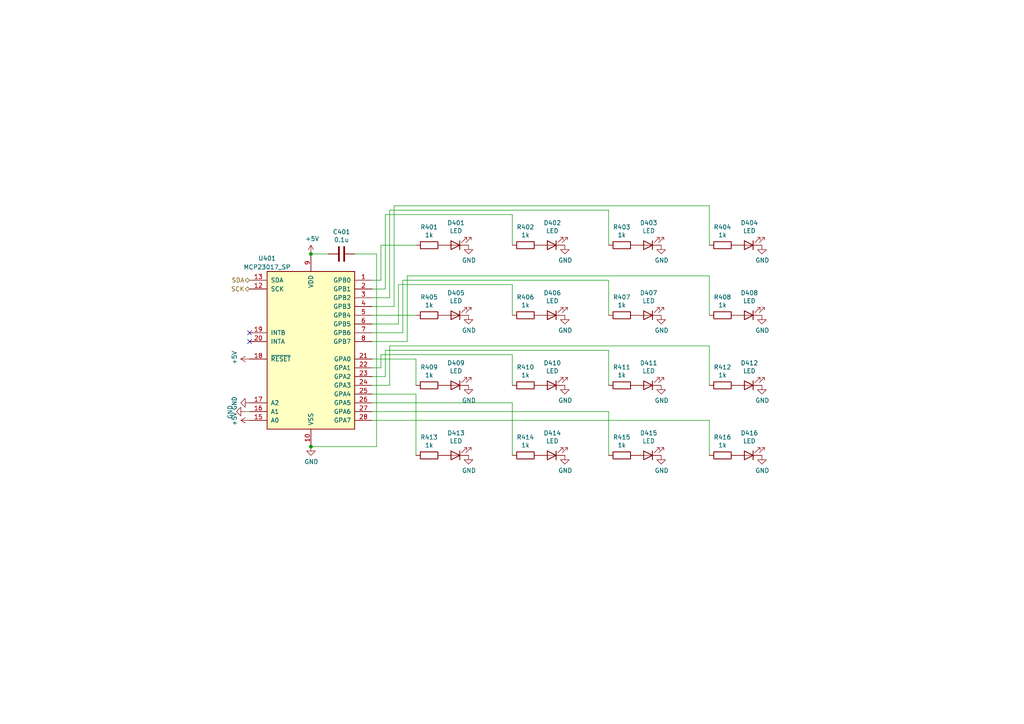
<source format=kicad_sch>
(kicad_sch (version 20211123) (generator eeschema)
  (paper "A4")
  (lib_symbols
    (symbol "Device:C" (pin_numbers hide) (pin_names (offset 0.254))
      (property "Reference" "C" (at 0.635 2.54 0))
      (property "Value" "C" (at 0.635 -2.54 0))
      (symbol "C_0_1"
        (polyline (pts (xy -2.032 -0.762) (xy 2.032 -0.762)) (stroke (width 0.508)))
        (polyline (pts (xy -2.032 0.762) (xy 2.032 0.762)) (stroke (width 0.508)))
      )
      (symbol "C_1_1"
        (pin passive line (at 0 3.81 270) (length 2.794) (name "~") (number "1"))
        (pin passive line (at 0 -3.81 90) (length 2.794) (name "~") (number "2"))
      )
    )
    (symbol "Device:LED" (pin_numbers hide) (pin_names (offset 1.016) hide)
      (property "Reference" "D" (at 0 2.54 0))
      (property "Value" "LED" (at 0 -2.54 0))
      (symbol "LED_0_1"
        (polyline (pts (xy -1.27 -1.27) (xy -1.27 1.27)) (stroke (width 0.254)))
        (polyline (pts (xy -1.27 0) (xy 1.27 0)))
        (polyline (pts (xy 1.27 -1.27) (xy 1.27 1.27) (xy -1.27 0) (xy 1.27 -1.27)) (stroke (width 0.254)))
        (polyline (pts (xy -3.048 -0.762) (xy -4.572 -2.286) (xy -3.81 -2.286) (xy -4.572 -2.286) (xy -4.572 -1.524)))
        (polyline (pts (xy -1.778 -0.762) (xy -3.302 -2.286) (xy -2.54 -2.286) (xy -3.302 -2.286) (xy -3.302 -1.524)))
      )
      (symbol "LED_1_1"
        (pin passive line (at -3.81 0 0) (length 2.54) (name "K") (number "1"))
        (pin passive line (at 3.81 0 180) (length 2.54) (name "A") (number "2"))
      )
    )
    (symbol "Device:R" (pin_numbers hide) (pin_names (offset 0))
      (property "Reference" "R" (at 2.032 0 90))
      (property "Value" "R" (at 0 0 90))
      (symbol "R_0_1"
        (rectangle (start -1.016 -2.54) (end 1.016 2.54) (stroke (width 0.254)))
      )
      (symbol "R_1_1"
        (pin passive line (at 0 3.81 270) (length 1.27) (name "~") (number "1"))
        (pin passive line (at 0 -3.81 90) (length 1.27) (name "~") (number "2"))
      )
    )
    (symbol "Interface_Expansion:MCP23017_SP" (pin_names (offset 1.016))
      (property "Reference" "U" (at -11.43 24.13 0))
      (property "Value" "MCP23017_SP" (at 0 0 0))
      (symbol "MCP23017_SP_0_1"
        (rectangle (start -12.7 22.86) (end 12.7 -22.86) (stroke (width 0.254)) (fill (type background)))
      )
      (symbol "MCP23017_SP_1_1"
        (pin bidirectional line (at 17.78 20.32 180) (length 5.08) (name "GPB0") (number "1"))
        (pin power_in line (at 0 -27.94 90) (length 5.08) (name "VSS") (number "10"))
        (pin no_connect line (at -12.7 15.24 0) (length 5.08) hide (name "NC") (number "11"))
        (pin input line (at -17.78 17.78 0) (length 5.08) (name "SCK") (number "12"))
        (pin bidirectional line (at -17.78 20.32 0) (length 5.08) (name "SDA") (number "13"))
        (pin no_connect line (at -12.7 12.7 0) (length 5.08) hide (name "NC") (number "14"))
        (pin input line (at -17.78 -20.32 0) (length 5.08) (name "A0") (number "15"))
        (pin input line (at -17.78 -17.78 0) (length 5.08) (name "A1") (number "16"))
        (pin input line (at -17.78 -15.24 0) (length 5.08) (name "A2") (number "17"))
        (pin input line (at -17.78 -2.54 0) (length 5.08) (name "~{RESET}") (number "18"))
        (pin tri_state line (at -17.78 5.08 0) (length 5.08) (name "INTB") (number "19"))
        (pin bidirectional line (at 17.78 17.78 180) (length 5.08) (name "GPB1") (number "2"))
        (pin tri_state line (at -17.78 2.54 0) (length 5.08) (name "INTA") (number "20"))
        (pin bidirectional line (at 17.78 -2.54 180) (length 5.08) (name "GPA0") (number "21"))
        (pin bidirectional line (at 17.78 -5.08 180) (length 5.08) (name "GPA1") (number "22"))
        (pin bidirectional line (at 17.78 -7.62 180) (length 5.08) (name "GPA2") (number "23"))
        (pin bidirectional line (at 17.78 -10.16 180) (length 5.08) (name "GPA3") (number "24"))
        (pin bidirectional line (at 17.78 -12.7 180) (length 5.08) (name "GPA4") (number "25"))
        (pin bidirectional line (at 17.78 -15.24 180) (length 5.08) (name "GPA5") (number "26"))
        (pin bidirectional line (at 17.78 -17.78 180) (length 5.08) (name "GPA6") (number "27"))
        (pin bidirectional line (at 17.78 -20.32 180) (length 5.08) (name "GPA7") (number "28"))
        (pin bidirectional line (at 17.78 15.24 180) (length 5.08) (name "GPB2") (number "3"))
        (pin bidirectional line (at 17.78 12.7 180) (length 5.08) (name "GPB3") (number "4"))
        (pin bidirectional line (at 17.78 10.16 180) (length 5.08) (name "GPB4") (number "5"))
        (pin bidirectional line (at 17.78 7.62 180) (length 5.08) (name "GPB5") (number "6"))
        (pin bidirectional line (at 17.78 5.08 180) (length 5.08) (name "GPB6") (number "7"))
        (pin bidirectional line (at 17.78 2.54 180) (length 5.08) (name "GPB7") (number "8"))
        (pin power_in line (at 0 27.94 270) (length 5.08) (name "VDD") (number "9"))
      )
    )
    (symbol "power:+5V" (power) (pin_names (offset 0))
      (property "Value" "+5V" (at 0 3.556 0))
      (symbol "+5V_0_1"
        (polyline (pts (xy -0.762 1.27) (xy 0 2.54)))
        (polyline (pts (xy 0 0) (xy 0 2.54)))
        (polyline (pts (xy 0 2.54) (xy 0.762 1.27)))
      )
      (symbol "+5V_1_1"
        (pin power_in line (at 0 0 90) (length 0) hide (name "+5V") (number "1"))
      )
    )
    (symbol "power:GND" (power) (pin_names (offset 0))
      (property "Value" "GND" (at 0 -3.81 0))
      (symbol "GND_0_1"
        (polyline (pts (xy 0 0) (xy 0 -1.27) (xy 1.27 -1.27) (xy 0 -2.54) (xy -1.27 -1.27) (xy 0 -1.27)))
      )
      (symbol "GND_1_1"
        (pin power_in line (at 0 0 270) (length 0) hide (name "GND") (number "1"))
      )
    )
  )
  (junction (at 90.17 129.54))
  (junction (at 90.17 73.66))
  (no_connect (at 72.39 99.06))
  (no_connect (at 72.39 96.52))
  (wire (pts (xy 116.84 81.28) (xy 176.53 81.28)))
  (wire (pts (xy 107.95 91.44) (xy 120.65 91.44)))
  (wire (pts (xy 113.03 111.76) (xy 113.03 100.33)))
  (wire (pts (xy 120.65 114.3) (xy 120.65 132.08)))
  (wire (pts (xy 107.95 119.38) (xy 176.53 119.38)))
  (wire (pts (xy 148.59 62.23) (xy 148.59 71.12)))
  (wire (pts (xy 107.95 96.52) (xy 116.84 96.52)))
  (wire (pts (xy 205.74 80.01) (xy 205.74 91.44)))
  (wire (pts (xy 176.53 60.96) (xy 176.53 71.12)))
  (wire (pts (xy 107.95 121.92) (xy 205.74 121.92)))
  (wire (pts (xy 107.95 104.14) (xy 120.65 104.14)))
  (wire (pts (xy 110.49 71.12) (xy 120.65 71.12)))
  (wire (pts (xy 109.22 129.54) (xy 109.22 73.66)))
  (wire (pts (xy 148.59 116.84) (xy 148.59 132.08)))
  (wire (pts (xy 109.22 73.66) (xy 102.87 73.66)))
  (wire (pts (xy 176.53 81.28) (xy 176.53 91.44)))
  (wire (pts (xy 113.03 86.36) (xy 113.03 60.96)))
  (wire (pts (xy 107.95 83.82) (xy 111.76 83.82)))
  (wire (pts (xy 115.57 93.98) (xy 115.57 82.55)))
  (wire (pts (xy 107.95 116.84) (xy 148.59 116.84)))
  (wire (pts (xy 110.49 81.28) (xy 110.49 71.12)))
  (wire (pts (xy 111.76 62.23) (xy 148.59 62.23)))
  (wire (pts (xy 148.59 102.87) (xy 148.59 111.76)))
  (wire (pts (xy 176.53 119.38) (xy 176.53 132.08)))
  (wire (pts (xy 107.95 99.06) (xy 118.11 99.06)))
  (wire (pts (xy 113.03 100.33) (xy 205.74 100.33)))
  (wire (pts (xy 107.95 88.9) (xy 114.3 88.9)))
  (wire (pts (xy 113.03 60.96) (xy 176.53 60.96)))
  (wire (pts (xy 107.95 109.22) (xy 111.76 109.22)))
  (wire (pts (xy 116.84 96.52) (xy 116.84 81.28)))
  (wire (pts (xy 114.3 88.9) (xy 114.3 59.69)))
  (wire (pts (xy 111.76 109.22) (xy 111.76 101.6)))
  (wire (pts (xy 107.95 86.36) (xy 113.03 86.36)))
  (wire (pts (xy 71.12 119.38) (xy 72.39 119.38)))
  (wire (pts (xy 107.95 81.28) (xy 110.49 81.28)))
  (wire (pts (xy 118.11 99.06) (xy 118.11 80.01)))
  (wire (pts (xy 111.76 101.6) (xy 176.53 101.6)))
  (wire (pts (xy 107.95 111.76) (xy 113.03 111.76)))
  (wire (pts (xy 148.59 82.55) (xy 148.59 91.44)))
  (wire (pts (xy 107.95 93.98) (xy 115.57 93.98)))
  (wire (pts (xy 90.17 129.54) (xy 109.22 129.54)))
  (wire (pts (xy 95.25 73.66) (xy 90.17 73.66)))
  (wire (pts (xy 205.74 121.92) (xy 205.74 132.08)))
  (wire (pts (xy 115.57 82.55) (xy 148.59 82.55)))
  (wire (pts (xy 111.76 83.82) (xy 111.76 62.23)))
  (wire (pts (xy 205.74 100.33) (xy 205.74 111.76)))
  (wire (pts (xy 107.95 106.68) (xy 110.49 106.68)))
  (wire (pts (xy 110.49 106.68) (xy 110.49 102.87)))
  (wire (pts (xy 114.3 59.69) (xy 205.74 59.69)))
  (wire (pts (xy 120.65 104.14) (xy 120.65 111.76)))
  (wire (pts (xy 118.11 80.01) (xy 205.74 80.01)))
  (wire (pts (xy 110.49 102.87) (xy 148.59 102.87)))
  (wire (pts (xy 205.74 59.69) (xy 205.74 71.12)))
  (wire (pts (xy 107.95 114.3) (xy 120.65 114.3)))
  (wire (pts (xy 176.53 101.6) (xy 176.53 111.76)))
  (hierarchical_label "SCK" (shape bidirectional) (at 72.39 83.82 180))
  (hierarchical_label "SDA" (shape bidirectional) (at 72.39 81.28 180))
  (symbol (lib_id "Device:LED") (at 132.08 71.12 180) (unit 1)
    (property "Reference" "D401" (at 132.2578 64.643 0))
    (property "Value" "LED" (at 132.2578 66.9544 0))
    (property "Footprint" "LED_THT:LED_D5.0mm" (effects hide))
  )
  (symbol (lib_id "Device:R") (at 124.46 71.12 270) (unit 1)
    (property "Reference" "R401" (at 124.46 65.8622 90))
    (property "Value" "1k" (at 124.46 68.1736 90))
    (property "Footprint" "Resistor_THT:R_Axial_DIN0207_L6.3mm_D2.5mm_P7.62mm_Horizontal" (effects hide))
  )
  (symbol (lib_id "power:GND") (at 135.89 71.12 0) (unit 1)
    (property "Reference" "#PWR0407" (effects hide))
    (property "Value" "GND" (at 136.017 75.5142 0))
  )
  (symbol (lib_id "Device:LED") (at 132.08 91.44 180) (unit 1)
    (property "Reference" "D405" (at 132.2578 84.963 0))
    (property "Value" "LED" (at 132.2578 87.2744 0))
    (property "Footprint" "LED_THT:LED_D5.0mm" (effects hide))
  )
  (symbol (lib_id "Device:R") (at 124.46 91.44 270) (unit 1)
    (property "Reference" "R405" (at 124.46 86.1822 90))
    (property "Value" "1k" (at 124.46 88.4936 90))
    (property "Footprint" "Resistor_THT:R_Axial_DIN0207_L6.3mm_D2.5mm_P7.62mm_Horizontal" (effects hide))
  )
  (symbol (lib_id "power:GND") (at 135.89 91.44 0) (unit 1)
    (property "Reference" "#PWR0408" (effects hide))
    (property "Value" "GND" (at 136.017 95.8342 0))
  )
  (symbol (lib_id "Device:LED") (at 132.08 111.76 180) (unit 1)
    (property "Reference" "D409" (at 132.2578 105.283 0))
    (property "Value" "LED" (at 132.2578 107.5944 0))
    (property "Footprint" "LED_THT:LED_D5.0mm" (effects hide))
  )
  (symbol (lib_id "Device:R") (at 124.46 111.76 270) (unit 1)
    (property "Reference" "R409" (at 124.46 106.5022 90))
    (property "Value" "1k" (at 124.46 108.8136 90))
    (property "Footprint" "Resistor_THT:R_Axial_DIN0207_L6.3mm_D2.5mm_P7.62mm_Horizontal" (effects hide))
  )
  (symbol (lib_id "power:GND") (at 135.89 111.76 0) (unit 1)
    (property "Reference" "#PWR0409" (effects hide))
    (property "Value" "GND" (at 136.017 116.1542 0))
  )
  (symbol (lib_id "Device:LED") (at 132.08 132.08 180) (unit 1)
    (property "Reference" "D413" (at 132.2578 125.603 0))
    (property "Value" "LED" (at 132.2578 127.9144 0))
    (property "Footprint" "LED_THT:LED_D5.0mm" (effects hide))
  )
  (symbol (lib_id "Device:R") (at 124.46 132.08 270) (unit 1)
    (property "Reference" "R413" (at 124.46 126.8222 90))
    (property "Value" "1k" (at 124.46 129.1336 90))
    (property "Footprint" "Resistor_THT:R_Axial_DIN0207_L6.3mm_D2.5mm_P7.62mm_Horizontal" (effects hide))
  )
  (symbol (lib_id "power:GND") (at 135.89 132.08 0) (unit 1)
    (property "Reference" "#PWR0410" (effects hide))
    (property "Value" "GND" (at 136.017 136.4742 0))
  )
  (symbol (lib_id "Device:LED") (at 160.02 71.12 180) (unit 1)
    (property "Reference" "D402" (at 160.1978 64.643 0))
    (property "Value" "LED" (at 160.1978 66.9544 0))
    (property "Footprint" "LED_THT:LED_D5.0mm" (effects hide))
  )
  (symbol (lib_id "Device:R") (at 152.4 71.12 270) (unit 1)
    (property "Reference" "R402" (at 152.4 65.8622 90))
    (property "Value" "1k" (at 152.4 68.1736 90))
    (property "Footprint" "Resistor_THT:R_Axial_DIN0207_L6.3mm_D2.5mm_P7.62mm_Horizontal" (effects hide))
  )
  (symbol (lib_id "power:GND") (at 163.83 71.12 0) (unit 1)
    (property "Reference" "#PWR0411" (effects hide))
    (property "Value" "GND" (at 163.957 75.5142 0))
  )
  (symbol (lib_id "Device:LED") (at 160.02 91.44 180) (unit 1)
    (property "Reference" "D406" (at 160.1978 84.963 0))
    (property "Value" "LED" (at 160.1978 87.2744 0))
    (property "Footprint" "LED_THT:LED_D5.0mm" (effects hide))
  )
  (symbol (lib_id "Device:R") (at 152.4 91.44 270) (unit 1)
    (property "Reference" "R406" (at 152.4 86.1822 90))
    (property "Value" "1k" (at 152.4 88.4936 90))
    (property "Footprint" "Resistor_THT:R_Axial_DIN0207_L6.3mm_D2.5mm_P7.62mm_Horizontal" (effects hide))
  )
  (symbol (lib_id "power:GND") (at 163.83 91.44 0) (unit 1)
    (property "Reference" "#PWR0412" (effects hide))
    (property "Value" "GND" (at 163.957 95.8342 0))
  )
  (symbol (lib_id "Device:LED") (at 160.02 111.76 180) (unit 1)
    (property "Reference" "D410" (at 160.1978 105.283 0))
    (property "Value" "LED" (at 160.1978 107.5944 0))
    (property "Footprint" "LED_THT:LED_D5.0mm" (effects hide))
  )
  (symbol (lib_id "Device:R") (at 152.4 111.76 270) (unit 1)
    (property "Reference" "R410" (at 152.4 106.5022 90))
    (property "Value" "1k" (at 152.4 108.8136 90))
    (property "Footprint" "Resistor_THT:R_Axial_DIN0207_L6.3mm_D2.5mm_P7.62mm_Horizontal" (effects hide))
  )
  (symbol (lib_id "power:GND") (at 163.83 111.76 0) (unit 1)
    (property "Reference" "#PWR0413" (effects hide))
    (property "Value" "GND" (at 163.957 116.1542 0))
  )
  (symbol (lib_id "Device:LED") (at 160.02 132.08 180) (unit 1)
    (property "Reference" "D414" (at 160.1978 125.603 0))
    (property "Value" "LED" (at 160.1978 127.9144 0))
    (property "Footprint" "LED_THT:LED_D5.0mm" (effects hide))
  )
  (symbol (lib_id "Device:R") (at 152.4 132.08 270) (unit 1)
    (property "Reference" "R414" (at 152.4 126.8222 90))
    (property "Value" "1k" (at 152.4 129.1336 90))
    (property "Footprint" "Resistor_THT:R_Axial_DIN0207_L6.3mm_D2.5mm_P7.62mm_Horizontal" (effects hide))
  )
  (symbol (lib_id "power:GND") (at 163.83 132.08 0) (unit 1)
    (property "Reference" "#PWR0414" (effects hide))
    (property "Value" "GND" (at 163.957 136.4742 0))
  )
  (symbol (lib_id "Device:LED") (at 187.96 71.12 180) (unit 1)
    (property "Reference" "D403" (at 188.1378 64.643 0))
    (property "Value" "LED" (at 188.1378 66.9544 0))
    (property "Footprint" "LED_THT:LED_D5.0mm" (effects hide))
  )
  (symbol (lib_id "Device:R") (at 180.34 71.12 270) (unit 1)
    (property "Reference" "R403" (at 180.34 65.8622 90))
    (property "Value" "1k" (at 180.34 68.1736 90))
    (property "Footprint" "Resistor_THT:R_Axial_DIN0207_L6.3mm_D2.5mm_P7.62mm_Horizontal" (effects hide))
  )
  (symbol (lib_id "power:GND") (at 191.77 71.12 0) (unit 1)
    (property "Reference" "#PWR0415" (effects hide))
    (property "Value" "GND" (at 191.897 75.5142 0))
  )
  (symbol (lib_id "Device:LED") (at 187.96 91.44 180) (unit 1)
    (property "Reference" "D407" (at 188.1378 84.963 0))
    (property "Value" "LED" (at 188.1378 87.2744 0))
    (property "Footprint" "LED_THT:LED_D5.0mm" (effects hide))
  )
  (symbol (lib_id "Device:R") (at 180.34 91.44 270) (unit 1)
    (property "Reference" "R407" (at 180.34 86.1822 90))
    (property "Value" "1k" (at 180.34 88.4936 90))
    (property "Footprint" "Resistor_THT:R_Axial_DIN0207_L6.3mm_D2.5mm_P7.62mm_Horizontal" (effects hide))
  )
  (symbol (lib_id "power:GND") (at 191.77 91.44 0) (unit 1)
    (property "Reference" "#PWR0416" (effects hide))
    (property "Value" "GND" (at 191.897 95.8342 0))
  )
  (symbol (lib_id "Device:LED") (at 187.96 111.76 180) (unit 1)
    (property "Reference" "D411" (at 188.1378 105.283 0))
    (property "Value" "LED" (at 188.1378 107.5944 0))
    (property "Footprint" "LED_THT:LED_D5.0mm" (effects hide))
  )
  (symbol (lib_id "Device:R") (at 180.34 111.76 270) (unit 1)
    (property "Reference" "R411" (at 180.34 106.5022 90))
    (property "Value" "1k" (at 180.34 108.8136 90))
    (property "Footprint" "Resistor_THT:R_Axial_DIN0207_L6.3mm_D2.5mm_P7.62mm_Horizontal" (effects hide))
  )
  (symbol (lib_id "power:GND") (at 191.77 111.76 0) (unit 1)
    (property "Reference" "#PWR0417" (effects hide))
    (property "Value" "GND" (at 191.897 116.1542 0))
  )
  (symbol (lib_id "Device:LED") (at 187.96 132.08 180) (unit 1)
    (property "Reference" "D415" (at 188.1378 125.603 0))
    (property "Value" "LED" (at 188.1378 127.9144 0))
    (property "Footprint" "LED_THT:LED_D5.0mm" (effects hide))
  )
  (symbol (lib_id "Device:R") (at 180.34 132.08 270) (unit 1)
    (property "Reference" "R415" (at 180.34 126.8222 90))
    (property "Value" "1k" (at 180.34 129.1336 90))
    (property "Footprint" "Resistor_THT:R_Axial_DIN0207_L6.3mm_D2.5mm_P7.62mm_Horizontal" (effects hide))
  )
  (symbol (lib_id "power:GND") (at 191.77 132.08 0) (unit 1)
    (property "Reference" "#PWR0418" (effects hide))
    (property "Value" "GND" (at 191.897 136.4742 0))
  )
  (symbol (lib_id "Device:LED") (at 217.17 71.12 180) (unit 1)
    (property "Reference" "D404" (at 217.3478 64.643 0))
    (property "Value" "LED" (at 217.3478 66.9544 0))
    (property "Footprint" "LED_THT:LED_D5.0mm" (effects hide))
  )
  (symbol (lib_id "Device:R") (at 209.55 71.12 270) (unit 1)
    (property "Reference" "R404" (at 209.55 65.8622 90))
    (property "Value" "1k" (at 209.55 68.1736 90))
    (property "Footprint" "Resistor_THT:R_Axial_DIN0207_L6.3mm_D2.5mm_P7.62mm_Horizontal" (effects hide))
  )
  (symbol (lib_id "power:GND") (at 220.98 71.12 0) (unit 1)
    (property "Reference" "#PWR0419" (effects hide))
    (property "Value" "GND" (at 221.107 75.5142 0))
  )
  (symbol (lib_id "Device:LED") (at 217.17 91.44 180) (unit 1)
    (property "Reference" "D408" (at 217.3478 84.963 0))
    (property "Value" "LED" (at 217.3478 87.2744 0))
    (property "Footprint" "LED_THT:LED_D5.0mm" (effects hide))
  )
  (symbol (lib_id "Device:R") (at 209.55 91.44 270) (unit 1)
    (property "Reference" "R408" (at 209.55 86.1822 90))
    (property "Value" "1k" (at 209.55 88.4936 90))
    (property "Footprint" "Resistor_THT:R_Axial_DIN0207_L6.3mm_D2.5mm_P7.62mm_Horizontal" (effects hide))
  )
  (symbol (lib_id "power:GND") (at 220.98 91.44 0) (unit 1)
    (property "Reference" "#PWR0420" (effects hide))
    (property "Value" "GND" (at 221.107 95.8342 0))
  )
  (symbol (lib_id "Device:LED") (at 217.17 111.76 180) (unit 1)
    (property "Reference" "D412" (at 217.3478 105.283 0))
    (property "Value" "LED" (at 217.3478 107.5944 0))
    (property "Footprint" "LED_THT:LED_D5.0mm" (effects hide))
  )
  (symbol (lib_id "Device:R") (at 209.55 111.76 270) (unit 1)
    (property "Reference" "R412" (at 209.55 106.5022 90))
    (property "Value" "1k" (at 209.55 108.8136 90))
    (property "Footprint" "Resistor_THT:R_Axial_DIN0207_L6.3mm_D2.5mm_P7.62mm_Horizontal" (effects hide))
  )
  (symbol (lib_id "power:GND") (at 220.98 111.76 0) (unit 1)
    (property "Reference" "#PWR0421" (effects hide))
    (property "Value" "GND" (at 221.107 116.1542 0))
  )
  (symbol (lib_id "Device:LED") (at 217.17 132.08 180) (unit 1)
    (property "Reference" "D416" (at 217.3478 125.603 0))
    (property "Value" "LED" (at 217.3478 127.9144 0))
    (property "Footprint" "LED_THT:LED_D5.0mm" (effects hide))
  )
  (symbol (lib_id "Device:R") (at 209.55 132.08 270) (unit 1)
    (property "Reference" "R416" (at 209.55 126.8222 90))
    (property "Value" "1k" (at 209.55 129.1336 90))
    (property "Footprint" "Resistor_THT:R_Axial_DIN0207_L6.3mm_D2.5mm_P7.62mm_Horizontal" (effects hide))
  )
  (symbol (lib_id "power:GND") (at 220.98 132.08 0) (unit 1)
    (property "Reference" "#PWR0422" (effects hide))
    (property "Value" "GND" (at 221.107 136.4742 0))
  )
  (symbol (lib_id "Interface_Expansion:MCP23017_SP") (at 90.17 101.6 0) (unit 1)
    (property "Reference" "U401" (at 77.47 74.93 0))
    (property "Value" "MCP23017_SP" (at 77.47 77.47 0))
    (property "Footprint" "Package_DIP:DIP-28_W7.62mm_Socket" (effects hide))
    (property "Datasheet" "http://ww1.microchip.com/downloads/en/DeviceDoc/20001952C.pdf" (effects hide))
  )
  (symbol (lib_id "power:+5V") (at 90.17 73.66 0) (unit 1)
    (property "Reference" "#PWR0405" (effects hide))
    (property "Value" "+5V" (at 90.551 69.2658 0))
  )
  (symbol (lib_id "power:GND") (at 90.17 129.54 0) (unit 1)
    (property "Reference" "#PWR0406" (effects hide))
    (property "Value" "GND" (at 90.297 133.9342 0))
  )
  (symbol (lib_id "Device:C") (at 99.06 73.66 270) (unit 1)
    (property "Reference" "C401" (at 99.06 67.2592 90))
    (property "Value" "0.1u" (at 99.06 69.5706 90))
    (property "Footprint" "Capacitor_THT:C_Disc_D5.0mm_W2.5mm_P5.00mm" (effects hide))
  )
  (symbol (lib_id "power:+5V") (at 72.39 104.14 90) (unit 1)
    (property "Reference" "#PWR0402" (effects hide))
    (property "Value" "+5V" (at 67.9958 103.759 0))
  )
  (symbol (lib_id "power:GND") (at 72.39 116.84 270) (unit 1)
    (property "Reference" "#PWR0403" (effects hide))
    (property "Value" "GND" (at 67.9958 116.967 0))
  )
  (symbol (lib_id "power:GND") (at 71.12 119.38 270) (unit 1)
    (property "Reference" "#PWR0401" (effects hide))
    (property "Value" "GND" (at 66.7258 119.507 0))
  )
  (symbol (lib_id "power:+5V") (at 72.39 121.92 90) (unit 1)
    (property "Reference" "#PWR0404" (effects hide))
    (property "Value" "+5V" (at 67.9958 121.539 0))
  )
)
</source>
